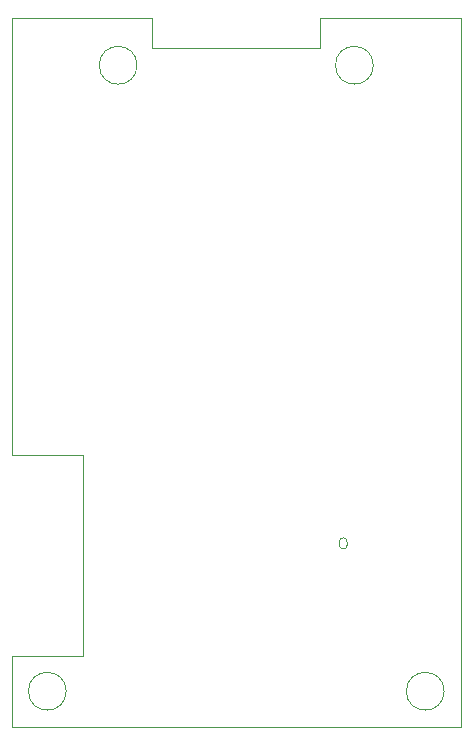
<source format=gbr>
%TF.GenerationSoftware,KiCad,Pcbnew,7.0.5*%
%TF.CreationDate,2023-06-26T09:37:40-04:00*%
%TF.ProjectId,ESP32Sensor-Sensor_board,45535033-3253-4656-9e73-6f722d53656e,rev?*%
%TF.SameCoordinates,Original*%
%TF.FileFunction,Profile,NP*%
%FSLAX46Y46*%
G04 Gerber Fmt 4.6, Leading zero omitted, Abs format (unit mm)*
G04 Created by KiCad (PCBNEW 7.0.5) date 2023-06-26 09:37:40*
%MOMM*%
%LPD*%
G01*
G04 APERTURE LIST*
%TA.AperFunction,Profile*%
%ADD10C,0.100000*%
%TD*%
%TA.AperFunction,Profile*%
%ADD11C,0.010000*%
%TD*%
G04 APERTURE END LIST*
D10*
X-13000000Y-37000000D02*
X-13000000Y-54000000D01*
X19000000Y-60000000D02*
X-19000000Y-60000000D01*
X-19000000Y0D02*
X-7112000Y0D01*
X-8400000Y-4000000D02*
G75*
G03*
X-8400000Y-4000000I-1600000J0D01*
G01*
X17600000Y-57000000D02*
G75*
G03*
X17600000Y-57000000I-1600000J0D01*
G01*
X-19000000Y-37000000D02*
X-13000000Y-37000000D01*
X19000000Y0D02*
X19000000Y-60000000D01*
X-19000000Y-54000000D02*
X-13000000Y-54000000D01*
X-7112000Y-2540000D02*
X-7112000Y0D01*
X-19000000Y0D02*
X-19000000Y-37000000D01*
X7112000Y0D02*
X19000000Y0D01*
X-14400000Y-57000000D02*
G75*
G03*
X-14400000Y-57000000I-1600000J0D01*
G01*
X7112000Y0D02*
X7112000Y-2540000D01*
X7112000Y-2540000D02*
X-7112000Y-2540000D01*
X11600000Y-4000000D02*
G75*
G03*
X11600000Y-4000000I-1600000J0D01*
G01*
X-19000000Y-60000000D02*
X-19000000Y-54000000D01*
D11*
%TO.C,J2*%
X8731000Y-44638000D02*
X8731000Y-44338000D01*
X9381000Y-44338000D02*
X9381000Y-44638000D01*
X8731000Y-44638000D02*
G75*
G03*
X9056000Y-44963000I325000J0D01*
G01*
X9056000Y-44963000D02*
G75*
G03*
X9381000Y-44638000I0J325000D01*
G01*
X9056000Y-44013000D02*
G75*
G03*
X8731000Y-44338000I0J-325000D01*
G01*
X9381000Y-44338000D02*
G75*
G03*
X9056000Y-44013000I-325000J0D01*
G01*
%TD*%
M02*

</source>
